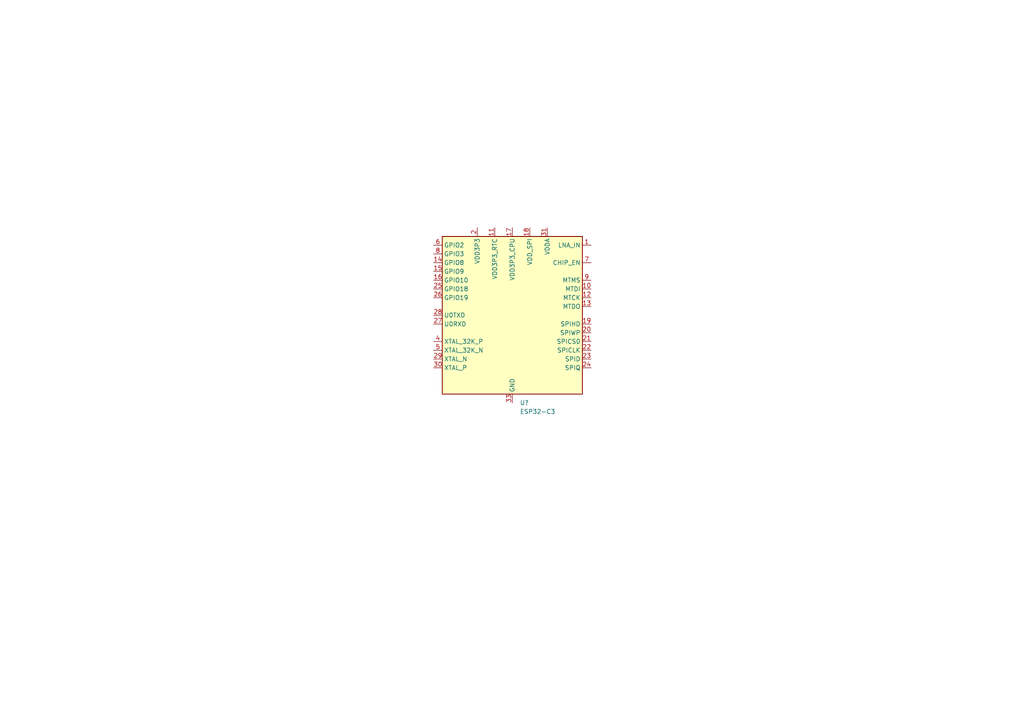
<source format=kicad_sch>
(kicad_sch (version 20231120) (generator "eeschema") (generator_version "8.0")
  (paper "A4")
  (lib_symbols
    (symbol "MCU_Espressif:ESP32-C3"
      (property "Reference" "U" (at -17.272 23.876 0))
      (property "Value" "ESP32-C3" (at 16.256 23.876 0))
      (symbol "ESP32-C3_1_1"
        (rectangle (start -20.32 22.86) (end 20.32 -22.86) (stroke (width 0.254)) (fill (type background)))
        (pin bidirectional line (at 22.86 20.32 180) (length 2.54) (name "LNA_IN") (number "1"))
        (pin bidirectional line (at 22.86 7.62 180) (length 2.54) (name "MTDI") (number "10"))
        (pin power_in line (at -5.08 25.4 270) (length 2.54) (name "VDD3P3_RTC") (number "11"))
        (pin bidirectional line (at 22.86 5.08 180) (length 2.54) (name "MTCK") (number "12"))
        (pin bidirectional line (at 22.86 2.54 180) (length 2.54) (name "MTDO") (number "13"))
        (pin bidirectional line (at -22.86 15.24 0) (length 2.54) (name "GPIO8") (number "14"))
        (pin bidirectional line (at -22.86 12.7 0) (length 2.54) (name "GPIO9") (number "15"))
        (pin bidirectional line (at -22.86 10.16 0) (length 2.54) (name "GPIO10") (number "16"))
        (pin power_in line (at 0 25.4 270) (length 2.54) (name "VDD3P3_CPU") (number "17"))
        (pin power_out line (at 5.08 25.4 270) (length 2.54) (name "VDD_SPI") (number "18"))
        (pin bidirectional line (at 22.86 -2.54 180) (length 2.54) (name "SPIHD") (number "19"))
        (pin power_in line (at -10.16 25.4 270) (length 2.54) (name "VDD3P3") (number "2"))
        (pin bidirectional line (at 22.86 -5.08 180) (length 2.54) (name "SPIWP") (number "20"))
        (pin bidirectional line (at 22.86 -7.62 180) (length 2.54) (name "SPICS0") (number "21"))
        (pin bidirectional line (at 22.86 -10.16 180) (length 2.54) (name "SPICLK") (number "22"))
        (pin bidirectional line (at 22.86 -12.7 180) (length 2.54) (name "SPID") (number "23"))
        (pin bidirectional line (at 22.86 -15.24 180) (length 2.54) (name "SPIQ") (number "24"))
        (pin bidirectional line (at -22.86 7.62 0) (length 2.54) (name "GPIO18") (number "25"))
        (pin bidirectional line (at -22.86 5.08 0) (length 2.54) (name "GPIO19") (number "26"))
        (pin bidirectional line (at -22.86 -2.54 0) (length 2.54) (name "U0RXD") (number "27"))
        (pin bidirectional line (at -22.86 0 0) (length 2.54) (name "U0TXD") (number "28"))
        (pin bidirectional line (at -22.86 -12.7 0) (length 2.54) (name "XTAL_N") (number "29"))
        (pin passive line (at -10.16 25.4 270) (length 2.54) hide (name "VDD3P3") (number "3"))
        (pin bidirectional line (at -22.86 -15.24 0) (length 2.54) (name "XTAL_P") (number "30"))
        (pin power_in line (at 10.16 25.4 270) (length 2.54) (name "VDDA") (number "31"))
        (pin passive line (at 10.16 25.4 270) (length 2.54) hide (name "VDDA") (number "32"))
        (pin power_in line (at 0 -25.4 90) (length 2.54) (name "GND") (number "33"))
        (pin bidirectional line (at -22.86 -7.62 0) (length 2.54) (name "XTAL_32K_P") (number "4"))
        (pin bidirectional line (at -22.86 -10.16 0) (length 2.54) (name "XTAL_32K_N") (number "5"))
        (pin bidirectional line (at -22.86 20.32 0) (length 2.54) (name "GPIO2") (number "6"))
        (pin bidirectional line (at 22.86 15.24 180) (length 2.54) (name "CHIP_EN") (number "7"))
        (pin bidirectional line (at -22.86 17.78 0) (length 2.54) (name "GPIO3") (number "8"))
        (pin bidirectional line (at 22.86 10.16 180) (length 2.54) (name "MTMS") (number "9"))
      )
    )
  )
  (symbol (lib_id "MCU_Espressif:ESP32-C3") (at 148.59 91.44 0) (unit 1)
    (property "Reference" "U?" (at 150.7841 116.84 0) (effects (justify left)))
    (property "Value" "ESP32-C3" (at 150.7841 119.38 0) (effects (justify left)))
    (property "Footprint" "Package_DFN_QFN:QFN-32-1EP_5x5mm_P0.5mm_EP3.7x3.7mm" (effects (hide yes)))
    (property "Datasheet" "https://www.espressif.com/sites/default/files/documentation/esp32-c3_datasheet_en.pdf" (effects (hide yes)))
    (property "Description" "RF Module, ESP32 SoC, RISC-V, WiFi 802.11b/n/g, Bluetooth LE 5, QFN32" (effects (hide yes)))
  )
)
</source>
